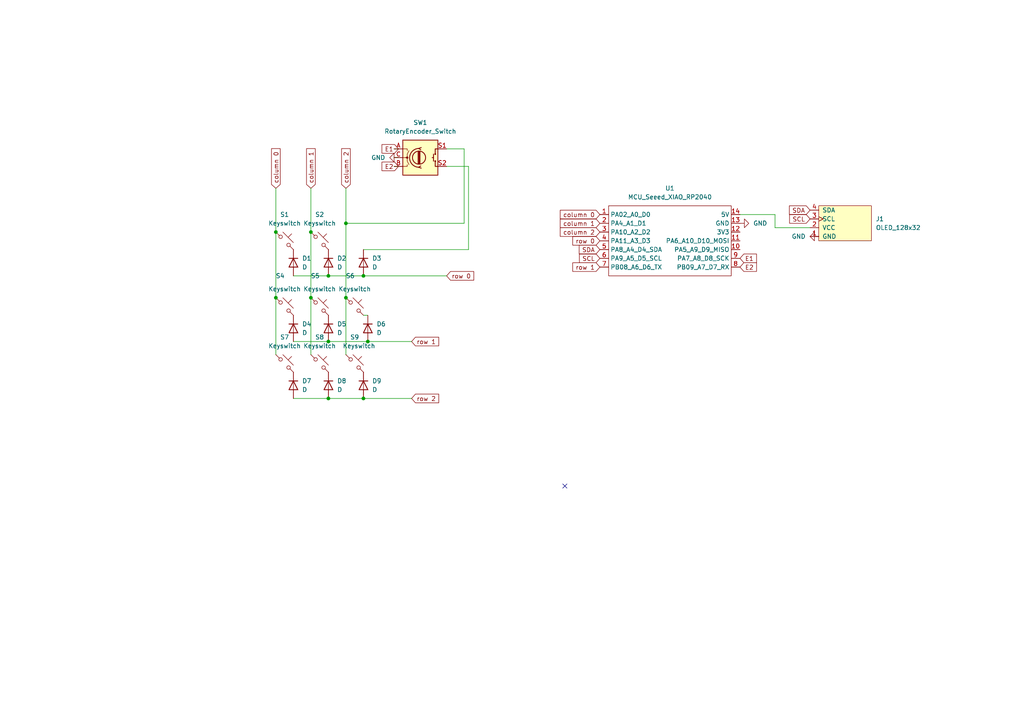
<source format=kicad_sch>
(kicad_sch (version 20250114) (generator "eeschema") (generator_version "9.0")
  (paper "A4")
  (lib_symbols
    (symbol "Device:D" (pin_numbers (hide yes)) (pin_names (offset 1.016) (hide yes))
      (property "Reference" "D" (at 0 2.54 0))
      (property "Value" "D" (at 0 -2.54 0))
      (symbol "D_0_1"
        (polyline (pts (xy -1.27 1.27) (xy -1.27 -1.27)) (stroke (width 0.254)))
        (polyline (pts (xy 1.27 1.27) (xy 1.27 -1.27) (xy -1.27 0) (xy 1.27 1.27)) (stroke (width 0.254)))
        (polyline (pts (xy 1.27 0) (xy -1.27 0)))
      )
      (symbol "D_1_1"
        (pin passive line (at -3.81 0 0) (length 2.54) (name "K") (number "1"))
        (pin passive line (at 3.81 0 180) (length 2.54) (name "A") (number "2"))
      )
    )
    (symbol "Device:RotaryEncoder_Switch" (pin_names (offset 0.254) (hide yes))
      (property "Reference" "SW" (at 0 6.604 0))
      (property "Value" "RotaryEncoder_Switch" (at 0 -6.604 0))
      (symbol "RotaryEncoder_Switch_0_1"
        (rectangle (start -5.08 5.08) (end 5.08 -5.08) (stroke (width 0.254)) (fill (type background)))
        (polyline (pts (xy -5.08 2.54) (xy -3.81 2.54) (xy -3.81 2.032)))
        (polyline (pts (xy -5.08 0) (xy -3.81 0) (xy -3.81 -1.016) (xy -3.302 -2.032)))
        (polyline (pts (xy -5.08 -2.54) (xy -3.81 -2.54) (xy -3.81 -2.032)))
        (polyline (pts (xy -4.318 0) (xy -3.81 0) (xy -3.81 1.016) (xy -3.302 2.032)))
        (circle (center -3.81 0) (radius 0.254) (fill (type outline)))
        (polyline (pts (xy -0.635 -1.778) (xy -0.635 1.778)) (stroke (width 0.254)))
        (circle (center -0.381 0) (radius 1.905) (stroke (width 0.254)))
        (polyline (pts (xy -0.381 -1.778) (xy -0.381 1.778)) (stroke (width 0.254)))
        (arc (start -0.381 -2.794) (mid -3.0988 -0.0635) (end -0.381 2.667) (stroke (width 0.254)))
        (polyline (pts (xy -0.127 1.778) (xy -0.127 -1.778)) (stroke (width 0.254)))
        (polyline (pts (xy 0.254 2.921) (xy -0.508 2.667) (xy 0.127 2.286)) (stroke (width 0.254)))
        (polyline (pts (xy 0.254 -3.048) (xy -0.508 -2.794) (xy 0.127 -2.413)) (stroke (width 0.254)))
        (polyline (pts (xy 3.81 1.016) (xy 3.81 -1.016)) (stroke (width 0.254)))
        (polyline (pts (xy 3.81 0) (xy 3.429 0)) (stroke (width 0.254)))
        (circle (center 4.318 1.016) (radius 0.127) (stroke (width 0.254)))
        (circle (center 4.318 -1.016) (radius 0.127) (stroke (width 0.254)))
        (polyline (pts (xy 5.08 2.54) (xy 4.318 2.54) (xy 4.318 1.016)) (stroke (width 0.254)))
        (polyline (pts (xy 5.08 -2.54) (xy 4.318 -2.54) (xy 4.318 -1.016)) (stroke (width 0.254)))
      )
      (symbol "RotaryEncoder_Switch_1_1"
        (pin passive line (at -7.62 2.54 0) (length 2.54) (name "A") (number "A"))
        (pin passive line (at -7.62 0 0) (length 2.54) (name "C") (number "C"))
        (pin passive line (at -7.62 -2.54 0) (length 2.54) (name "B") (number "B"))
        (pin passive line (at 7.62 2.54 180) (length 2.54) (name "S1") (number "S1"))
        (pin passive line (at 7.62 -2.54 180) (length 2.54) (name "S2") (number "S2"))
      )
    )
    (symbol "ScottoKeebs:MCU_Seeed_XIAO_RP2040"
      (property "Reference" "U" (at -16.51 11.43 0))
      (property "Value" "MCU_Seeed_XIAO_RP2040" (at -3.81 -11.43 0))
      (symbol "MCU_Seeed_XIAO_RP2040_0_1"
        (rectangle (start -16.51 10.16) (end 19.05 -10.16))
      )
      (symbol "MCU_Seeed_XIAO_RP2040_1_1"
        (pin passive line (at -19.05 7.62 0) (length 2.54) (name "PA02_A0_D0") (number "1"))
        (pin passive line (at -19.05 5.08 0) (length 2.54) (name "PA4_A1_D1") (number "2"))
        (pin passive line (at -19.05 2.54 0) (length 2.54) (name "PA10_A2_D2") (number "3"))
        (pin passive line (at -19.05 0 0) (length 2.54) (name "PA11_A3_D3") (number "4"))
        (pin passive line (at -19.05 -2.54 0) (length 2.54) (name "PA8_A4_D4_SDA") (number "5"))
        (pin passive line (at -19.05 -5.08 0) (length 2.54) (name "PA9_A5_D5_SCL") (number "6"))
        (pin passive line (at -19.05 -7.62 0) (length 2.54) (name "PB08_A6_D6_TX") (number "7"))
        (pin passive line (at 21.59 7.62 180) (length 2.54) (name "5V") (number "14"))
        (pin passive line (at 21.59 5.08 180) (length 2.54) (name "GND") (number "13"))
        (pin passive line (at 21.59 2.54 180) (length 2.54) (name "3V3") (number "12"))
        (pin passive line (at 21.59 0 180) (length 2.54) (name "PA6_A10_D10_MOSI") (number "11"))
        (pin passive line (at 21.59 -2.54 180) (length 2.54) (name "PA5_A9_D9_MISO") (number "10"))
        (pin passive line (at 21.59 -5.08 180) (length 2.54) (name "PA7_A8_D8_SCK") (number "9"))
        (pin passive line (at 21.59 -7.62 180) (length 2.54) (name "PB09_A7_D7_RX") (number "8"))
      )
    )
    (symbol "ScottoKeebs:OLED_128x32" (pin_names (offset 1.016))
      (property "Reference" "J" (at 0 -6.35 0))
      (property "Value" "OLED_128x32" (at 0 6.35 0))
      (symbol "OLED_128x32_0_1"
        (rectangle (start 0 5.08) (end 15.24 -5.08) (fill (type background)))
      )
      (symbol "OLED_128x32_1_1"
        (pin bidirectional line (at -2.54 3.81 0) (length 2.54) (name "SDA") (number "4"))
        (pin input clock (at -2.54 1.27 0) (length 2.54) (name "SCL") (number "3"))
        (pin power_in line (at -2.54 -1.27 0) (length 2.54) (name "VCC") (number "2"))
        (pin power_in line (at -2.54 -3.81 0) (length 2.54) (name "GND") (number "1"))
      )
    )
    (symbol "ScottoKeebs:Placeholder_Keyswitch" (pin_numbers (hide yes)) (pin_names (offset 1.016) (hide yes))
      (property "Reference" "S" (at 3.048 1.016 0))
      (property "Value" "Keyswitch" (at 0 -3.81 0))
      (symbol "Placeholder_Keyswitch_0_1"
        (polyline (pts (xy -2.54 2.54) (xy -1.524 1.524) (xy -1.524 1.524)))
        (circle (center -1.1684 1.1684) (radius 0.508))
        (polyline (pts (xy -0.508 2.54) (xy 2.54 -0.508)))
        (polyline (pts (xy 1.016 1.016) (xy 2.032 2.032)))
        (circle (center 1.143 -1.1938) (radius 0.508))
        (polyline (pts (xy 1.524 -1.524) (xy 2.54 -2.54) (xy 2.54 -2.54) (xy 2.54 -2.54)))
        (pin passive line (at -2.54 2.54 0) (length 0) (name "1") (number "1"))
        (pin passive line (at 2.54 -2.54 180) (length 0) (name "2") (number "2"))
      )
    )
    (symbol "power:GND" (power) (pin_numbers (hide yes)) (pin_names (offset 0) (hide yes))
      (property "Value" "GND" (at 0 -3.81 0))
      (symbol "GND_0_1"
        (polyline (pts (xy 0 0) (xy 0 -1.27) (xy 1.27 -1.27) (xy 0 -2.54) (xy -1.27 -1.27) (xy 0 -1.27)))
      )
      (symbol "GND_1_1"
        (pin power_in line (at 0 0 270) (length 0) (name "~") (number "1"))
      )
    )
  )
  (junction (at 90.17 86.36))
  (junction (at 95.25 80.01))
  (junction (at 80.01 86.36))
  (junction (at 95.25 99.06))
  (junction (at 105.41 80.01))
  (junction (at 100.33 64.77))
  (junction (at 90.17 67.31))
  (junction (at 80.01 67.31))
  (junction (at 100.33 86.36))
  (junction (at 106.68 99.06))
  (junction (at 105.41 115.57))
  (junction (at 95.25 115.57))
  (no_connect (at 163.83 140.97))
  (wire (pts (xy 85.09 80.01) (xy 95.25 80.01)))
  (wire (pts (xy 224.79 66.04) (xy 224.79 62.23)))
  (wire (pts (xy 95.25 115.57) (xy 105.41 115.57)))
  (wire (pts (xy 115.57 43.18) (xy 114.3 43.18)))
  (wire (pts (xy 129.54 48.26) (xy 135.89 48.26)))
  (wire (pts (xy 85.09 99.06) (xy 95.25 99.06)))
  (wire (pts (xy 80.01 86.36) (xy 80.01 102.87)))
  (wire (pts (xy 80.01 67.31) (xy 80.01 86.36)))
  (wire (pts (xy 119.38 115.57) (xy 105.41 115.57)))
  (wire (pts (xy 224.79 66.04) (xy 234.95 66.04)))
  (wire (pts (xy 129.54 43.18) (xy 134.62 43.18)))
  (wire (pts (xy 90.17 54.61) (xy 90.17 67.31)))
  (wire (pts (xy 115.57 48.26) (xy 114.3 48.26)))
  (wire (pts (xy 100.33 86.36) (xy 100.33 102.87)))
  (wire (pts (xy 119.38 99.06) (xy 106.68 99.06)))
  (wire (pts (xy 134.62 64.77) (xy 100.33 64.77)))
  (wire (pts (xy 134.62 43.18) (xy 134.62 64.77)))
  (wire (pts (xy 85.09 115.57) (xy 95.25 115.57)))
  (wire (pts (xy 224.79 62.23) (xy 214.63 62.23)))
  (wire (pts (xy 90.17 67.31) (xy 90.17 86.36)))
  (wire (pts (xy 80.01 54.61) (xy 80.01 67.31)))
  (wire (pts (xy 135.89 48.26) (xy 135.89 72.39)))
  (wire (pts (xy 100.33 54.61) (xy 100.33 64.77)))
  (wire (pts (xy 95.25 99.06) (xy 106.68 99.06)))
  (wire (pts (xy 106.68 91.44) (xy 105.41 91.44)))
  (wire (pts (xy 95.25 80.01) (xy 105.41 80.01)))
  (wire (pts (xy 100.33 64.77) (xy 100.33 86.36)))
  (wire (pts (xy 90.17 86.36) (xy 90.17 102.87)))
  (wire (pts (xy 105.41 80.01) (xy 129.54 80.01)))
  (wire (pts (xy 105.41 72.39) (xy 135.89 72.39)))
  (wire (pts (xy 115.57 45.72) (xy 114.3 45.72)))
  (global_label "E2" (shape input) (at 115.57 48.26 180) (property "Intersheetrefs" "${INTERSHEET_REFS}" (effects (hide yes))))
  (global_label "E1" (shape input) (at 214.63 74.93 0) (property "Intersheetrefs" "${INTERSHEET_REFS}" (effects (hide yes))))
  (global_label "E2" (shape input) (at 214.63 77.47 0) (property "Intersheetrefs" "${INTERSHEET_REFS}" (effects (hide yes))))
  (global_label "SCL" (shape input) (at 234.95 63.5 180) (property "Intersheetrefs" "${INTERSHEET_REFS}" (effects (hide yes))))
  (global_label "column 1" (shape input) (at 90.17 54.61 90) (property "Intersheetrefs" "${INTERSHEET_REFS}" (effects (hide yes))))
  (global_label "row 0" (shape input) (at 173.99 69.85 180) (property "Intersheetrefs" "${INTERSHEET_REFS}" (effects (hide yes))))
  (global_label "column 2" (shape input) (at 100.33 54.61 90) (property "Intersheetrefs" "${INTERSHEET_REFS}" (effects (hide yes))))
  (global_label "column 1" (shape input) (at 173.99 64.77 180) (property "Intersheetrefs" "${INTERSHEET_REFS}" (effects (hide yes))))
  (global_label "column 0" (shape input) (at 173.99 62.23 180) (property "Intersheetrefs" "${INTERSHEET_REFS}" (effects (hide yes))))
  (global_label "SCL" (shape input) (at 173.99 74.93 180) (property "Intersheetrefs" "${INTERSHEET_REFS}" (effects (hide yes))))
  (global_label "row 2" (shape input) (at 119.38 115.57 0) (property "Intersheetrefs" "${INTERSHEET_REFS}" (effects (hide yes))))
  (global_label "SDA" (shape input) (at 234.95 60.96 180) (property "Intersheetrefs" "${INTERSHEET_REFS}" (effects (hide yes))))
  (global_label "column 2" (shape input) (at 173.99 67.31 180) (property "Intersheetrefs" "${INTERSHEET_REFS}" (effects (hide yes))))
  (global_label "row 1" (shape input) (at 119.38 99.06 0) (property "Intersheetrefs" "${INTERSHEET_REFS}" (effects (hide yes))))
  (global_label "column 0" (shape input) (at 80.01 54.61 90) (property "Intersheetrefs" "${INTERSHEET_REFS}" (effects (hide yes))))
  (global_label "row 1" (shape input) (at 173.99 77.47 180) (property "Intersheetrefs" "${INTERSHEET_REFS}" (effects (hide yes))))
  (global_label "E1" (shape input) (at 115.57 43.18 180) (property "Intersheetrefs" "${INTERSHEET_REFS}" (effects (hide yes))))
  (global_label "SDA" (shape input) (at 173.99 72.39 180) (property "Intersheetrefs" "${INTERSHEET_REFS}" (effects (hide yes))))
  (global_label "row 0" (shape input) (at 129.54 80.01 0) (property "Intersheetrefs" "${INTERSHEET_REFS}" (effects (hide yes))))
  (symbol (lib_id "Device:D") (at 85.09 95.25 270) (unit 1)
    (property "Reference" "D4" (at 87.63 93.9799 90) (effects (justify left)))
    (property "Value" "D" (at 87.63 96.5199 90) (effects (justify left)))
    (property "Footprint" "Diode_THT:D_DO-35_SOD27_P7.62mm_Horizontal" (effects (hide yes)))
    (property "Description" "Diode" (effects (hide yes)))
    (property "Sim.Device" "D" (effects (hide yes)))
    (property "Sim.Pins" "1=K 2=A" (effects (hide yes)))
  )
  (symbol (lib_id "ScottoKeebs:Placeholder_Keyswitch") (at 92.71 88.9 0) (unit 1)
    (property "Reference" "S5" (at 91.44 80.01 0))
    (property "Value" "Keyswitch" (at 92.71 83.82 0))
    (property "Footprint" "Button_Switch_Keyboard:SW_Cherry_MX_1.00u_PCB" (effects (hide yes)))
    (property "Description" "Push button switch, normally open, two pins, 45° tilted" (effects (hide yes)))
  )
  (symbol (lib_id "Device:RotaryEncoder_Switch") (at 121.92 45.72 0) (unit 1)
    (property "Reference" "SW1" (at 121.92 35.56 0))
    (property "Value" "RotaryEncoder_Switch" (at 121.92 38.1 0))
    (property "Footprint" "Rotary_Encoder:RotaryEncoder_Alps_EC11E-Switch_Vertical_H20mm" (effects (hide yes)))
    (property "Description" "Rotary encoder, dual channel, incremental quadrate outputs, with switch" (effects (hide yes)))
  )
  (symbol (lib_id "ScottoKeebs:Placeholder_Keyswitch") (at 92.71 105.41 0) (unit 1)
    (property "Reference" "S8" (at 92.71 97.79 0))
    (property "Value" "Keyswitch" (at 92.71 100.33 0))
    (property "Footprint" "Button_Switch_Keyboard:SW_Cherry_MX_1.00u_PCB" (effects (hide yes)))
    (property "Description" "Push button switch, normally open, two pins, 45° tilted" (effects (hide yes)))
  )
  (symbol (lib_id "ScottoKeebs:Placeholder_Keyswitch") (at 82.55 69.85 0) (unit 1)
    (property "Reference" "S1" (at 82.55 62.23 0))
    (property "Value" "Keyswitch" (at 82.55 64.77 0))
    (property "Footprint" "Button_Switch_Keyboard:SW_Cherry_MX_1.00u_PCB" (effects (hide yes)))
    (property "Description" "Push button switch, normally open, two pins, 45° tilted" (effects (hide yes)))
  )
  (symbol (lib_id "ScottoKeebs:Placeholder_Keyswitch") (at 102.87 105.41 0) (unit 1)
    (property "Reference" "S9" (at 102.87 97.79 0))
    (property "Value" "Keyswitch" (at 104.14 100.33 0))
    (property "Footprint" "Button_Switch_Keyboard:SW_Cherry_MX_1.00u_PCB" (effects (hide yes)))
    (property "Description" "Push button switch, normally open, two pins, 45° tilted" (effects (hide yes)))
  )
  (symbol (lib_id "Device:D") (at 85.09 111.76 270) (unit 1)
    (property "Reference" "D7" (at 87.63 110.4899 90) (effects (justify left)))
    (property "Value" "D" (at 87.63 113.0299 90) (effects (justify left)))
    (property "Footprint" "Diode_THT:D_DO-35_SOD27_P7.62mm_Horizontal" (effects (hide yes)))
    (property "Description" "Diode" (effects (hide yes)))
    (property "Sim.Device" "D" (effects (hide yes)))
    (property "Sim.Pins" "1=K 2=A" (effects (hide yes)))
  )
  (symbol (lib_id "Device:D") (at 95.25 76.2 270) (unit 1)
    (property "Reference" "D2" (at 97.79 74.9299 90) (effects (justify left)))
    (property "Value" "D" (at 97.79 77.4699 90) (effects (justify left)))
    (property "Footprint" "Diode_THT:D_DO-35_SOD27_P7.62mm_Horizontal" (effects (hide yes)))
    (property "Description" "Diode" (effects (hide yes)))
    (property "Sim.Device" "D" (effects (hide yes)))
    (property "Sim.Pins" "1=K 2=A" (effects (hide yes)))
  )
  (symbol (lib_id "Device:D") (at 95.25 95.25 270) (unit 1)
    (property "Reference" "D5" (at 97.79 93.9799 90) (effects (justify left)))
    (property "Value" "D" (at 97.79 96.5199 90) (effects (justify left)))
    (property "Footprint" "Diode_THT:D_DO-35_SOD27_P7.62mm_Horizontal" (effects (hide yes)))
    (property "Description" "Diode" (effects (hide yes)))
    (property "Sim.Device" "D" (effects (hide yes)))
    (property "Sim.Pins" "1=K 2=A" (effects (hide yes)))
  )
  (symbol (lib_id "Device:D") (at 95.25 111.76 270) (unit 1)
    (property "Reference" "D8" (at 97.79 110.4899 90) (effects (justify left)))
    (property "Value" "D" (at 97.79 113.0299 90) (effects (justify left)))
    (property "Footprint" "Diode_THT:D_DO-35_SOD27_P7.62mm_Horizontal" (effects (hide yes)))
    (property "Description" "Diode" (effects (hide yes)))
    (property "Sim.Device" "D" (effects (hide yes)))
    (property "Sim.Pins" "1=K 2=A" (effects (hide yes)))
  )
  (symbol (lib_id "Device:D") (at 105.41 76.2 270) (unit 1)
    (property "Reference" "D3" (at 107.95 74.9299 90) (effects (justify left)))
    (property "Value" "D" (at 107.95 77.4699 90) (effects (justify left)))
    (property "Footprint" "Diode_THT:D_DO-35_SOD27_P7.62mm_Horizontal" (effects (hide yes)))
    (property "Description" "Diode" (effects (hide yes)))
    (property "Sim.Device" "D" (effects (hide yes)))
    (property "Sim.Pins" "1=K 2=A" (effects (hide yes)))
  )
  (symbol (lib_id "Device:D") (at 85.09 76.2 270) (unit 1)
    (property "Reference" "D1" (at 87.63 74.9299 90) (effects (justify left)))
    (property "Value" "D" (at 87.63 77.4699 90) (effects (justify left)))
    (property "Footprint" "Diode_THT:D_DO-35_SOD27_P7.62mm_Horizontal" (effects (hide yes)))
    (property "Description" "Diode" (effects (hide yes)))
    (property "Sim.Device" "D" (effects (hide yes)))
    (property "Sim.Pins" "1=K 2=A" (effects (hide yes)))
  )
  (symbol (lib_id "power:GND") (at 214.63 64.77 90) (unit 1)
    (property "Reference" "#PWR03" (effects (hide yes)))
    (property "Value" "GND" (at 218.44 64.7699 90) (effects (justify right)))
    (property "Description" "Power symbol creates a global label with name \"GND\" , ground" (effects (hide yes)))
  )
  (symbol (lib_id "power:GND") (at 115.57 45.72 270) (unit 1)
    (property "Reference" "#PWR01" (effects (hide yes)))
    (property "Value" "GND" (at 111.76 45.7199 90) (effects (justify right)))
    (property "Description" "Power symbol creates a global label with name \"GND\" , ground" (effects (hide yes)))
  )
  (symbol (lib_id "ScottoKeebs:Placeholder_Keyswitch") (at 92.71 69.85 0) (unit 1)
    (property "Reference" "S2" (at 92.71 62.23 0))
    (property "Value" "Keyswitch" (at 92.71 64.77 0))
    (property "Footprint" "Button_Switch_Keyboard:SW_Cherry_MX_1.00u_PCB" (effects (hide yes)))
    (property "Description" "Push button switch, normally open, two pins, 45° tilted" (effects (hide yes)))
  )
  (symbol (lib_id "Device:D") (at 106.68 95.25 270) (unit 1)
    (property "Reference" "D6" (at 109.22 93.9799 90) (effects (justify left)))
    (property "Value" "D" (at 109.22 96.5199 90) (effects (justify left)))
    (property "Footprint" "Diode_THT:D_DO-35_SOD27_P7.62mm_Horizontal" (effects (hide yes)))
    (property "Description" "Diode" (effects (hide yes)))
    (property "Sim.Device" "D" (effects (hide yes)))
    (property "Sim.Pins" "1=K 2=A" (effects (hide yes)))
  )
  (symbol (lib_id "ScottoKeebs:MCU_Seeed_XIAO_RP2040") (at 193.04 69.85 0) (unit 1)
    (property "Reference" "U1" (at 194.31 54.61 0))
    (property "Value" "MCU_Seeed_XIAO_RP2040" (at 194.31 57.15 0))
    (property "Footprint" "ScottoKeebs_MCU:Seeed_XIAO_RP2040" (effects (hide yes)))
  )
  (symbol (lib_id "ScottoKeebs:Placeholder_Keyswitch") (at 102.87 88.9 0) (unit 1)
    (property "Reference" "S6" (at 101.6 80.01 0))
    (property "Value" "Keyswitch" (at 102.87 83.82 0))
    (property "Footprint" "Button_Switch_Keyboard:SW_Cherry_MX_1.00u_PCB" (effects (hide yes)))
    (property "Description" "Push button switch, normally open, two pins, 45° tilted" (effects (hide yes)))
  )
  (symbol (lib_id "Device:D") (at 105.41 111.76 270) (unit 1)
    (property "Reference" "D9" (at 107.95 110.4899 90) (effects (justify left)))
    (property "Value" "D" (at 107.95 113.0299 90) (effects (justify left)))
    (property "Footprint" "Diode_THT:D_DO-35_SOD27_P7.62mm_Horizontal" (effects (hide yes)))
    (property "Description" "Diode" (effects (hide yes)))
    (property "Sim.Device" "D" (effects (hide yes)))
    (property "Sim.Pins" "1=K 2=A" (effects (hide yes)))
  )
  (symbol (lib_id "power:GND") (at 237.49 68.58 270) (unit 1)
    (property "Reference" "#PWR02" (effects (hide yes)))
    (property "Value" "GND" (at 233.68 68.5799 90) (effects (justify right)))
    (property "Description" "Power symbol creates a global label with name \"GND\" , ground" (effects (hide yes)))
  )
  (symbol (lib_id "ScottoKeebs:Placeholder_Keyswitch") (at 82.55 88.9 0) (unit 1)
    (property "Reference" "S4" (at 81.28 80.01 0))
    (property "Value" "Keyswitch" (at 82.55 83.82 0))
    (property "Footprint" "Button_Switch_Keyboard:SW_Cherry_MX_1.00u_PCB" (effects (hide yes)))
    (property "Description" "Push button switch, normally open, two pins, 45° tilted" (effects (hide yes)))
  )
  (symbol (lib_id "ScottoKeebs:OLED_128x32") (at 237.49 64.77 0) (unit 1)
    (property "Reference" "J1" (at 254 63.4999 0) (effects (justify left)))
    (property "Value" "OLED_128x32" (at 254 66.0399 0) (effects (justify left)))
    (property "Footprint" "ScottoKeebs_Components:OLED_128x32" (effects (hide yes)))
  )
  (symbol (lib_id "ScottoKeebs:Placeholder_Keyswitch") (at 82.55 105.41 0) (unit 1)
    (property "Reference" "S7" (at 82.55 97.79 0))
    (property "Value" "Keyswitch" (at 82.55 100.33 0))
    (property "Footprint" "Button_Switch_Keyboard:SW_Cherry_MX_1.00u_PCB" (effects (hide yes)))
    (property "Description" "Push button switch, normally open, two pins, 45° tilted" (effects (hide yes)))
  )
)
</source>
